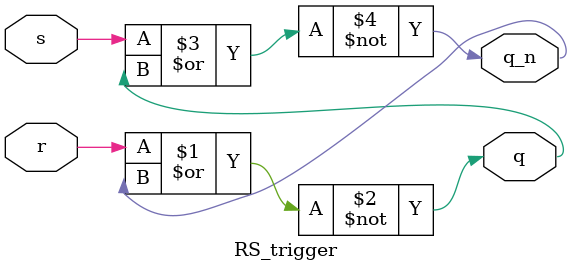
<source format=v>
module RS_trigger(input s, output wire q,
                  input r, output wire q_n);

  assign q   = ~(r | q_n);
  assign q_n = ~(s | q);

endmodule
</source>
